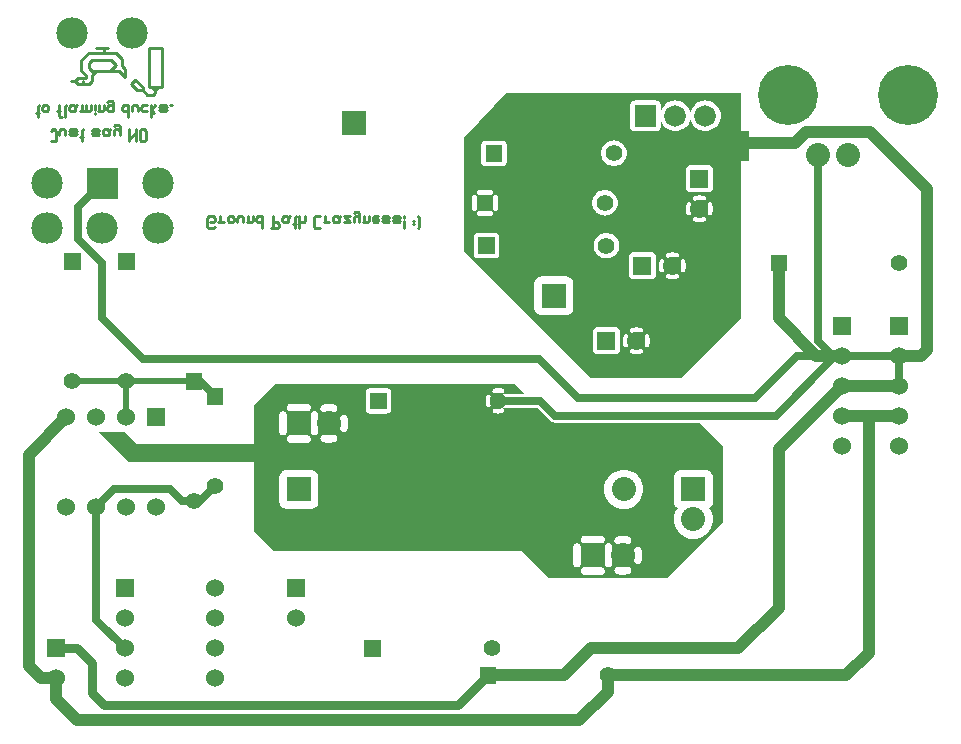
<source format=gbr>
G04 start of page 4 for group 11 layer_idx 1 *
G04 Title: (unknown), bottom_copper *
G04 Creator: pcb-rnd 2.0.1 *
G04 CreationDate: 2018-11-08 18:27:00 UTC *
G04 For:  *
G04 Format: Gerber/RS-274X *
G04 PCB-Dimensions: 316500 250000 *
G04 PCB-Coordinate-Origin: lower left *
%MOIN*%
%FSLAX25Y25*%
%LNBOTTOM*%
%ADD51C,0.0500*%
%ADD50C,0.0380*%
%ADD49C,0.0320*%
%ADD48C,0.0790*%
%ADD47C,0.0420*%
%ADD46C,0.0280*%
%ADD45C,0.0710*%
%ADD44C,0.0650*%
%ADD43C,0.0800*%
%ADD42C,0.2000*%
%ADD41C,0.0720*%
%ADD40C,0.0600*%
%ADD39C,0.0550*%
%ADD38C,0.1050*%
%ADD37C,0.0300*%
%ADD36C,0.0400*%
%ADD35C,0.0200*%
%ADD34C,0.0250*%
%ADD33C,0.0090*%
%ADD32C,0.0100*%
%ADD31C,0.0001*%
G54D31*G36*
X234613Y217500D02*X245000D01*
Y203833D01*
X244634Y203681D01*
X244231Y203435D01*
X244231Y203434D01*
X243872Y203128D01*
X243796Y203038D01*
X242879Y202121D01*
X242565Y201769D01*
X242319Y201366D01*
X242138Y200930D01*
X242028Y200471D01*
X241991Y200000D01*
X242028Y199529D01*
X242138Y199070D01*
X242319Y198634D01*
X242565Y198231D01*
X242872Y197872D01*
X243231Y197565D01*
X243634Y197319D01*
X244070Y197138D01*
X244529Y197028D01*
X245000Y196991D01*
Y142500D01*
X234613Y132113D01*
Y176853D01*
X234656Y176860D01*
X234768Y176897D01*
X234873Y176952D01*
X234968Y177022D01*
X235051Y177106D01*
X235119Y177202D01*
X235170Y177308D01*
X235318Y177716D01*
X235422Y178137D01*
X235484Y178567D01*
X235505Y179000D01*
X235484Y179433D01*
X235422Y179863D01*
X235318Y180284D01*
X235175Y180694D01*
X235122Y180800D01*
X235053Y180896D01*
X234970Y180981D01*
X234875Y181051D01*
X234769Y181106D01*
X234657Y181143D01*
X234613Y181151D01*
Y184630D01*
X234683Y184659D01*
X234884Y184783D01*
X235064Y184936D01*
X235217Y185116D01*
X235341Y185317D01*
X235431Y185535D01*
X235486Y185765D01*
X235505Y186000D01*
X235500Y186059D01*
Y191941D01*
X235505Y192000D01*
X235486Y192235D01*
X235486Y192235D01*
X235431Y192465D01*
X235341Y192683D01*
X235217Y192884D01*
X235064Y193064D01*
X234884Y193217D01*
X234683Y193341D01*
X234613Y193370D01*
Y205148D01*
X235322Y205442D01*
X236007Y205861D01*
X236617Y206383D01*
X237139Y206993D01*
X237558Y207678D01*
X237865Y208419D01*
X238053Y209200D01*
X238100Y210000D01*
X238053Y210800D01*
X237865Y211581D01*
X237558Y212322D01*
X237139Y213007D01*
X236617Y213617D01*
X236007Y214139D01*
X235322Y214558D01*
X234613Y214852D01*
Y217500D01*
G37*
G36*
Y193370D02*X234465Y193431D01*
X234235Y193486D01*
X234000Y193505D01*
X233941Y193500D01*
X231000D01*
Y205308D01*
X231419Y205135D01*
X232200Y204947D01*
X233000Y204884D01*
X233800Y204947D01*
X234581Y205135D01*
X234613Y205148D01*
Y193370D01*
G37*
G36*
Y132113D02*X231000Y128500D01*
Y174495D01*
X231433Y174516D01*
X231863Y174578D01*
X232284Y174682D01*
X232694Y174825D01*
X232800Y174878D01*
X232896Y174947D01*
X232981Y175030D01*
X233051Y175125D01*
X233106Y175231D01*
X233143Y175343D01*
X233163Y175460D01*
X233164Y175579D01*
X233146Y175696D01*
X233110Y175809D01*
X233057Y175915D01*
X232988Y176012D01*
X232905Y176096D01*
X232809Y176167D01*
X232704Y176221D01*
X232592Y176259D01*
X232475Y176278D01*
X232356Y176279D01*
X232239Y176261D01*
X232126Y176223D01*
X231855Y176124D01*
X231575Y176056D01*
X231289Y176014D01*
X231000Y176000D01*
Y182000D01*
X231289Y181986D01*
X231575Y181944D01*
X231855Y181876D01*
X232128Y181780D01*
X232239Y181742D01*
X232356Y181725D01*
X232474Y181725D01*
X232591Y181745D01*
X232703Y181782D01*
X232807Y181836D01*
X232902Y181906D01*
X232985Y181991D01*
X233054Y182087D01*
X233107Y182192D01*
X233143Y182305D01*
X233160Y182421D01*
X233159Y182539D01*
X233140Y182656D01*
X233103Y182768D01*
X233048Y182873D01*
X232978Y182968D01*
X232894Y183051D01*
X232798Y183119D01*
X232692Y183170D01*
X232284Y183318D01*
X231863Y183422D01*
X231433Y183484D01*
X231000Y183505D01*
Y184500D01*
X233941D01*
X234000Y184495D01*
X234235Y184514D01*
X234235Y184514D01*
X234465Y184569D01*
X234613Y184630D01*
Y181151D01*
X234540Y181163D01*
X234421Y181164D01*
X234304Y181146D01*
X234191Y181110D01*
X234085Y181057D01*
X233988Y180988D01*
X233904Y180905D01*
X233833Y180809D01*
X233779Y180704D01*
X233741Y180592D01*
X233722Y180475D01*
X233721Y180356D01*
X233739Y180239D01*
X233777Y180126D01*
X233876Y179855D01*
X233944Y179575D01*
X233986Y179289D01*
X234000Y179000D01*
X233986Y178711D01*
X233944Y178425D01*
X233876Y178145D01*
X233780Y177872D01*
X233742Y177761D01*
X233725Y177644D01*
X233725Y177526D01*
X233745Y177409D01*
X233782Y177297D01*
X233836Y177193D01*
X233906Y177098D01*
X233991Y177015D01*
X234087Y176946D01*
X234192Y176893D01*
X234305Y176857D01*
X234421Y176840D01*
X234539Y176841D01*
X234613Y176853D01*
Y132113D01*
G37*
G36*
X231000Y217500D02*X234613D01*
Y214852D01*
X234581Y214865D01*
X233800Y215053D01*
X233000Y215116D01*
X232200Y215053D01*
X231419Y214865D01*
X231000Y214692D01*
Y217500D01*
G37*
G36*
X227387Y207398D02*X227558Y207678D01*
X227865Y208419D01*
X228000Y208980D01*
X228135Y208419D01*
X228442Y207678D01*
X228861Y206993D01*
X229383Y206383D01*
X229993Y205861D01*
X230678Y205442D01*
X231000Y205308D01*
Y193500D01*
X228059D01*
X228000Y193505D01*
X227765Y193486D01*
X227765Y193486D01*
X227535Y193431D01*
X227387Y193370D01*
Y207398D01*
G37*
G36*
X231000Y128500D02*X227387Y124887D01*
Y176849D01*
X227460Y176837D01*
X227579Y176836D01*
X227696Y176854D01*
X227809Y176890D01*
X227915Y176943D01*
X228012Y177012D01*
X228096Y177095D01*
X228167Y177191D01*
X228221Y177296D01*
X228259Y177408D01*
X228278Y177525D01*
X228279Y177644D01*
X228261Y177761D01*
X228223Y177874D01*
X228124Y178145D01*
X228056Y178425D01*
X228014Y178711D01*
X228000Y179000D01*
X228014Y179289D01*
X228056Y179575D01*
X228124Y179855D01*
X228220Y180128D01*
X228258Y180239D01*
X228275Y180356D01*
X228275Y180474D01*
X228255Y180591D01*
X228218Y180703D01*
X228164Y180807D01*
X228094Y180902D01*
X228009Y180985D01*
X227913Y181054D01*
X227808Y181107D01*
X227695Y181143D01*
X227579Y181160D01*
X227461Y181159D01*
X227387Y181147D01*
Y184630D01*
X227535Y184569D01*
X227765Y184514D01*
X228000Y184495D01*
X228059Y184500D01*
X231000D01*
Y183505D01*
X230567Y183484D01*
X230137Y183422D01*
X229716Y183318D01*
X229306Y183175D01*
X229200Y183122D01*
X229104Y183053D01*
X229019Y182970D01*
X228949Y182875D01*
X228894Y182769D01*
X228857Y182657D01*
X228837Y182540D01*
X228836Y182421D01*
X228854Y182304D01*
X228890Y182191D01*
X228943Y182085D01*
X229012Y181988D01*
X229095Y181904D01*
X229191Y181833D01*
X229296Y181779D01*
X229408Y181741D01*
X229525Y181722D01*
X229644Y181721D01*
X229761Y181739D01*
X229874Y181777D01*
X230145Y181876D01*
X230425Y181944D01*
X230711Y181986D01*
X231000Y182000D01*
Y176000D01*
X230711Y176014D01*
X230425Y176056D01*
X230145Y176124D01*
X229872Y176220D01*
X229761Y176258D01*
X229644Y176275D01*
X229526Y176275D01*
X229409Y176255D01*
X229297Y176218D01*
X229193Y176164D01*
X229098Y176094D01*
X229015Y176009D01*
X228946Y175913D01*
X228893Y175808D01*
X228857Y175695D01*
X228840Y175579D01*
X228841Y175461D01*
X228860Y175344D01*
X228897Y175232D01*
X228952Y175127D01*
X229022Y175032D01*
X229106Y174949D01*
X229202Y174881D01*
X229308Y174830D01*
X229716Y174682D01*
X230137Y174578D01*
X230567Y174516D01*
X231000Y174495D01*
Y128500D01*
G37*
G36*
X227387Y124887D02*X225613Y123113D01*
Y157853D01*
X225656Y157860D01*
X225768Y157897D01*
X225873Y157952D01*
X225968Y158022D01*
X226051Y158106D01*
X226119Y158202D01*
X226170Y158308D01*
X226318Y158716D01*
X226422Y159137D01*
X226484Y159567D01*
X226505Y160000D01*
X226484Y160433D01*
X226422Y160863D01*
X226318Y161284D01*
X226175Y161694D01*
X226122Y161800D01*
X226053Y161896D01*
X225970Y161981D01*
X225875Y162051D01*
X225769Y162106D01*
X225657Y162143D01*
X225613Y162151D01*
Y205620D01*
X226007Y205861D01*
X226617Y206383D01*
X227139Y206993D01*
X227387Y207398D01*
Y193370D01*
X227317Y193341D01*
X227116Y193217D01*
X226936Y193064D01*
X226783Y192884D01*
X226659Y192683D01*
X226569Y192465D01*
X226514Y192235D01*
X226495Y192000D01*
X226500Y191941D01*
Y186059D01*
X226495Y186000D01*
X226514Y185765D01*
X226514Y185765D01*
X226569Y185535D01*
X226659Y185317D01*
X226783Y185116D01*
X226936Y184936D01*
X227116Y184783D01*
X227317Y184659D01*
X227387Y184630D01*
Y181147D01*
X227344Y181140D01*
X227232Y181103D01*
X227127Y181048D01*
X227032Y180978D01*
X226949Y180894D01*
X226881Y180798D01*
X226830Y180692D01*
X226682Y180284D01*
X226578Y179863D01*
X226516Y179433D01*
X226495Y179000D01*
X226516Y178567D01*
X226578Y178137D01*
X226682Y177716D01*
X226825Y177306D01*
X226878Y177200D01*
X226947Y177104D01*
X227030Y177019D01*
X227125Y176949D01*
X227231Y176894D01*
X227343Y176857D01*
X227387Y176849D01*
Y124887D01*
G37*
G36*
X225613Y123113D02*X225000Y122500D01*
X222998D01*
Y155611D01*
X223284Y155682D01*
X223694Y155825D01*
X223800Y155878D01*
X223896Y155947D01*
X223981Y156030D01*
X224051Y156125D01*
X224106Y156231D01*
X224143Y156343D01*
X224163Y156460D01*
X224164Y156579D01*
X224146Y156696D01*
X224110Y156809D01*
X224057Y156915D01*
X223988Y157012D01*
X223905Y157096D01*
X223809Y157167D01*
X223704Y157221D01*
X223592Y157259D01*
X223475Y157278D01*
X223356Y157279D01*
X223239Y157261D01*
X223126Y157223D01*
X222998Y157176D01*
Y162826D01*
X223128Y162780D01*
X223239Y162742D01*
X223356Y162725D01*
X223474Y162725D01*
X223591Y162745D01*
X223703Y162782D01*
X223807Y162836D01*
X223902Y162906D01*
X223985Y162991D01*
X224054Y163087D01*
X224107Y163192D01*
X224143Y163305D01*
X224160Y163421D01*
X224159Y163539D01*
X224140Y163656D01*
X224103Y163768D01*
X224048Y163873D01*
X223978Y163968D01*
X223894Y164051D01*
X223798Y164119D01*
X223692Y164170D01*
X223284Y164318D01*
X222998Y164389D01*
Y204884D01*
X223000Y204884D01*
X223800Y204947D01*
X224581Y205135D01*
X225322Y205442D01*
X225613Y205620D01*
Y162151D01*
X225540Y162163D01*
X225421Y162164D01*
X225304Y162146D01*
X225191Y162110D01*
X225085Y162057D01*
X224988Y161988D01*
X224904Y161905D01*
X224833Y161809D01*
X224779Y161704D01*
X224741Y161592D01*
X224722Y161475D01*
X224721Y161356D01*
X224739Y161239D01*
X224777Y161126D01*
X224876Y160855D01*
X224944Y160575D01*
X224986Y160289D01*
X225000Y160000D01*
X224986Y159711D01*
X224944Y159425D01*
X224876Y159145D01*
X224780Y158872D01*
X224742Y158761D01*
X224725Y158644D01*
X224725Y158526D01*
X224745Y158409D01*
X224782Y158297D01*
X224836Y158193D01*
X224906Y158098D01*
X224991Y158015D01*
X225087Y157946D01*
X225192Y157893D01*
X225305Y157857D01*
X225421Y157840D01*
X225539Y157841D01*
X225613Y157853D01*
Y123113D01*
G37*
G36*
X222998Y217500D02*X231000D01*
Y214692D01*
X230678Y214558D01*
X229993Y214139D01*
X229383Y213617D01*
X228861Y213007D01*
X228442Y212322D01*
X228135Y211581D01*
X228000Y211020D01*
X227865Y211581D01*
X227558Y212322D01*
X227139Y213007D01*
X226617Y213617D01*
X226007Y214139D01*
X225322Y214558D01*
X224581Y214865D01*
X223800Y215053D01*
X223000Y215116D01*
X222998Y215116D01*
Y217500D01*
G37*
G36*
X218387Y207810D02*X218442Y207678D01*
X218861Y206993D01*
X219383Y206383D01*
X219993Y205861D01*
X220678Y205442D01*
X221419Y205135D01*
X222200Y204947D01*
X222998Y204884D01*
Y164389D01*
X222863Y164422D01*
X222433Y164484D01*
X222000Y164505D01*
X221567Y164484D01*
X221137Y164422D01*
X220716Y164318D01*
X220306Y164175D01*
X220200Y164122D01*
X220104Y164053D01*
X220019Y163970D01*
X219949Y163875D01*
X219894Y163769D01*
X219857Y163657D01*
X219837Y163540D01*
X219836Y163421D01*
X219854Y163304D01*
X219890Y163191D01*
X219943Y163085D01*
X220012Y162988D01*
X220095Y162904D01*
X220191Y162833D01*
X220296Y162779D01*
X220408Y162741D01*
X220525Y162722D01*
X220644Y162721D01*
X220761Y162739D01*
X220874Y162777D01*
X221145Y162876D01*
X221425Y162944D01*
X221711Y162986D01*
X222000Y163000D01*
X222289Y162986D01*
X222575Y162944D01*
X222855Y162876D01*
X222998Y162826D01*
Y157176D01*
X222855Y157124D01*
X222575Y157056D01*
X222289Y157014D01*
X222000Y157000D01*
X221711Y157014D01*
X221425Y157056D01*
X221145Y157124D01*
X220872Y157220D01*
X220761Y157258D01*
X220644Y157275D01*
X220526Y157275D01*
X220409Y157255D01*
X220297Y157218D01*
X220193Y157164D01*
X220098Y157094D01*
X220015Y157009D01*
X219946Y156913D01*
X219893Y156808D01*
X219857Y156695D01*
X219840Y156579D01*
X219841Y156461D01*
X219860Y156344D01*
X219897Y156232D01*
X219952Y156127D01*
X220022Y156032D01*
X220106Y155949D01*
X220202Y155881D01*
X220308Y155830D01*
X220716Y155682D01*
X221137Y155578D01*
X221567Y155516D01*
X222000Y155495D01*
X222433Y155516D01*
X222863Y155578D01*
X222998Y155611D01*
Y122500D01*
X218387D01*
Y157849D01*
X218460Y157837D01*
X218579Y157836D01*
X218696Y157854D01*
X218809Y157890D01*
X218915Y157943D01*
X219012Y158012D01*
X219096Y158095D01*
X219167Y158191D01*
X219221Y158296D01*
X219259Y158408D01*
X219278Y158525D01*
X219279Y158644D01*
X219261Y158761D01*
X219223Y158874D01*
X219124Y159145D01*
X219056Y159425D01*
X219014Y159711D01*
X219000Y160000D01*
X219014Y160289D01*
X219056Y160575D01*
X219124Y160855D01*
X219220Y161128D01*
X219258Y161239D01*
X219275Y161356D01*
X219275Y161474D01*
X219255Y161591D01*
X219218Y161703D01*
X219164Y161807D01*
X219094Y161902D01*
X219009Y161985D01*
X218913Y162054D01*
X218808Y162107D01*
X218695Y162143D01*
X218579Y162160D01*
X218461Y162159D01*
X218387Y162147D01*
Y207810D01*
G37*
G36*
X213613Y204900D02*X216541D01*
X216600Y204895D01*
X216835Y204914D01*
X216835Y204914D01*
X217065Y204969D01*
X217283Y205059D01*
X217484Y205183D01*
X217664Y205336D01*
X217817Y205516D01*
X217941Y205717D01*
X218031Y205935D01*
X218086Y206165D01*
X218105Y206400D01*
X218100Y206459D01*
Y208563D01*
X218135Y208419D01*
X218387Y207810D01*
Y162147D01*
X218344Y162140D01*
X218232Y162103D01*
X218127Y162048D01*
X218032Y161978D01*
X217949Y161894D01*
X217881Y161798D01*
X217830Y161692D01*
X217682Y161284D01*
X217578Y160863D01*
X217516Y160433D01*
X217495Y160000D01*
X217516Y159567D01*
X217578Y159137D01*
X217682Y158716D01*
X217825Y158306D01*
X217878Y158200D01*
X217947Y158104D01*
X218030Y158019D01*
X218125Y157949D01*
X218231Y157894D01*
X218343Y157857D01*
X218387Y157849D01*
Y122500D01*
X213613D01*
Y132853D01*
X213656Y132860D01*
X213768Y132897D01*
X213873Y132952D01*
X213968Y133022D01*
X214051Y133106D01*
X214119Y133202D01*
X214170Y133308D01*
X214318Y133716D01*
X214422Y134137D01*
X214484Y134567D01*
X214505Y135000D01*
X214484Y135433D01*
X214422Y135863D01*
X214318Y136284D01*
X214175Y136694D01*
X214122Y136800D01*
X214053Y136896D01*
X213970Y136981D01*
X213875Y137051D01*
X213769Y137106D01*
X213657Y137143D01*
X213613Y137151D01*
Y155500D01*
X214941D01*
X215000Y155495D01*
X215235Y155514D01*
X215235Y155514D01*
X215465Y155569D01*
X215683Y155659D01*
X215884Y155783D01*
X216064Y155936D01*
X216217Y156116D01*
X216341Y156317D01*
X216431Y156535D01*
X216486Y156765D01*
X216505Y157000D01*
X216500Y157059D01*
Y162941D01*
X216505Y163000D01*
X216486Y163235D01*
X216486Y163235D01*
X216431Y163465D01*
X216341Y163683D01*
X216217Y163884D01*
X216064Y164064D01*
X215884Y164217D01*
X215683Y164341D01*
X215465Y164431D01*
X215235Y164486D01*
X215000Y164505D01*
X214941Y164500D01*
X213613D01*
Y204900D01*
G37*
G36*
Y122500D02*X210002D01*
Y130495D01*
X210433Y130516D01*
X210863Y130578D01*
X211284Y130682D01*
X211694Y130825D01*
X211800Y130878D01*
X211896Y130947D01*
X211981Y131030D01*
X212051Y131125D01*
X212106Y131231D01*
X212143Y131343D01*
X212163Y131460D01*
X212164Y131579D01*
X212146Y131696D01*
X212110Y131809D01*
X212057Y131915D01*
X211988Y132012D01*
X211905Y132096D01*
X211809Y132167D01*
X211704Y132221D01*
X211592Y132259D01*
X211475Y132278D01*
X211356Y132279D01*
X211239Y132261D01*
X211126Y132223D01*
X210855Y132124D01*
X210575Y132056D01*
X210289Y132014D01*
X210002Y132000D01*
Y138000D01*
X210289Y137986D01*
X210575Y137944D01*
X210855Y137876D01*
X211128Y137780D01*
X211239Y137742D01*
X211356Y137725D01*
X211474Y137725D01*
X211591Y137745D01*
X211703Y137782D01*
X211807Y137836D01*
X211902Y137906D01*
X211985Y137991D01*
X212054Y138087D01*
X212107Y138192D01*
X212143Y138305D01*
X212160Y138421D01*
X212159Y138539D01*
X212140Y138656D01*
X212103Y138768D01*
X212048Y138873D01*
X211978Y138968D01*
X211894Y139051D01*
X211798Y139119D01*
X211692Y139170D01*
X211284Y139318D01*
X210863Y139422D01*
X210433Y139484D01*
X210002Y139505D01*
Y155500D01*
X213613D01*
Y137151D01*
X213540Y137163D01*
X213421Y137164D01*
X213304Y137146D01*
X213191Y137110D01*
X213085Y137057D01*
X212988Y136988D01*
X212904Y136905D01*
X212833Y136809D01*
X212779Y136704D01*
X212741Y136592D01*
X212722Y136475D01*
X212721Y136356D01*
X212739Y136239D01*
X212777Y136126D01*
X212876Y135855D01*
X212944Y135575D01*
X212986Y135289D01*
X213000Y135000D01*
X212986Y134711D01*
X212944Y134425D01*
X212876Y134145D01*
X212780Y133872D01*
X212742Y133761D01*
X212725Y133644D01*
X212725Y133526D01*
X212745Y133409D01*
X212782Y133297D01*
X212836Y133193D01*
X212906Y133098D01*
X212991Y133015D01*
X213087Y132946D01*
X213192Y132893D01*
X213305Y132857D01*
X213421Y132840D01*
X213539Y132841D01*
X213613Y132853D01*
Y122500D01*
G37*
G36*
X210002Y204900D02*X213613D01*
Y164500D01*
X210002D01*
Y204900D01*
G37*
G36*
Y217500D02*X222998D01*
Y215116D01*
X222200Y215053D01*
X221419Y214865D01*
X220678Y214558D01*
X219993Y214139D01*
X219383Y213617D01*
X218861Y213007D01*
X218442Y212322D01*
X218135Y211581D01*
X218100Y211437D01*
Y213541D01*
X218105Y213600D01*
X218086Y213835D01*
X218086Y213835D01*
X218031Y214065D01*
X217941Y214283D01*
X217817Y214484D01*
X217664Y214664D01*
X217484Y214817D01*
X217283Y214941D01*
X217065Y215031D01*
X216835Y215086D01*
X216600Y215105D01*
X216541Y215100D01*
X210002D01*
Y217500D01*
G37*
G36*
X206387D02*X210002D01*
Y215100D01*
X209459D01*
X209400Y215105D01*
X209165Y215086D01*
X209165Y215086D01*
X208935Y215031D01*
X208717Y214941D01*
X208516Y214817D01*
X208336Y214664D01*
X208183Y214484D01*
X208059Y214283D01*
X207969Y214065D01*
X207914Y213835D01*
X207895Y213600D01*
X207900Y213541D01*
Y206459D01*
X207895Y206400D01*
X207914Y206165D01*
X207914Y206165D01*
X207969Y205935D01*
X208059Y205717D01*
X208183Y205516D01*
X208336Y205336D01*
X208516Y205183D01*
X208717Y205059D01*
X208935Y204969D01*
X209165Y204914D01*
X209400Y204895D01*
X209459Y204900D01*
X210002D01*
Y164500D01*
X209059D01*
X209000Y164505D01*
X208765Y164486D01*
X208765Y164486D01*
X208535Y164431D01*
X208317Y164341D01*
X208116Y164217D01*
X207936Y164064D01*
X207783Y163884D01*
X207659Y163683D01*
X207569Y163465D01*
X207514Y163235D01*
X207495Y163000D01*
X207500Y162941D01*
Y157059D01*
X207495Y157000D01*
X207514Y156765D01*
X207514Y156765D01*
X207569Y156535D01*
X207659Y156317D01*
X207783Y156116D01*
X207936Y155936D01*
X208116Y155783D01*
X208317Y155659D01*
X208535Y155569D01*
X208765Y155514D01*
X209000Y155495D01*
X209059Y155500D01*
X210002D01*
Y139505D01*
X210000Y139505D01*
X209567Y139484D01*
X209137Y139422D01*
X208716Y139318D01*
X208306Y139175D01*
X208200Y139122D01*
X208104Y139053D01*
X208019Y138970D01*
X207949Y138875D01*
X207894Y138769D01*
X207857Y138657D01*
X207837Y138540D01*
X207836Y138421D01*
X207854Y138304D01*
X207890Y138191D01*
X207943Y138085D01*
X208012Y137988D01*
X208095Y137904D01*
X208191Y137833D01*
X208296Y137779D01*
X208408Y137741D01*
X208525Y137722D01*
X208644Y137721D01*
X208761Y137739D01*
X208874Y137777D01*
X209145Y137876D01*
X209425Y137944D01*
X209711Y137986D01*
X210000Y138000D01*
X210002Y138000D01*
Y132000D01*
X210000Y132000D01*
X209711Y132014D01*
X209425Y132056D01*
X209145Y132124D01*
X208872Y132220D01*
X208761Y132258D01*
X208644Y132275D01*
X208526Y132275D01*
X208409Y132255D01*
X208297Y132218D01*
X208193Y132164D01*
X208098Y132094D01*
X208015Y132009D01*
X207946Y131913D01*
X207893Y131808D01*
X207857Y131695D01*
X207840Y131579D01*
X207841Y131461D01*
X207860Y131344D01*
X207897Y131232D01*
X207952Y131127D01*
X208022Y131032D01*
X208106Y130949D01*
X208202Y130881D01*
X208308Y130830D01*
X208716Y130682D01*
X209137Y130578D01*
X209567Y130516D01*
X210000Y130495D01*
X210002Y130495D01*
Y122500D01*
X206387D01*
Y132849D01*
X206460Y132837D01*
X206579Y132836D01*
X206696Y132854D01*
X206809Y132890D01*
X206915Y132943D01*
X207012Y133012D01*
X207096Y133095D01*
X207167Y133191D01*
X207221Y133296D01*
X207259Y133408D01*
X207278Y133525D01*
X207279Y133644D01*
X207261Y133761D01*
X207223Y133874D01*
X207124Y134145D01*
X207056Y134425D01*
X207014Y134711D01*
X207000Y135000D01*
X207014Y135289D01*
X207056Y135575D01*
X207124Y135855D01*
X207220Y136128D01*
X207258Y136239D01*
X207275Y136356D01*
X207275Y136474D01*
X207255Y136591D01*
X207218Y136703D01*
X207164Y136807D01*
X207094Y136902D01*
X207009Y136985D01*
X206913Y137054D01*
X206808Y137107D01*
X206695Y137143D01*
X206579Y137160D01*
X206461Y137159D01*
X206387Y137147D01*
Y195778D01*
X206554Y196183D01*
X206711Y196833D01*
X206750Y197500D01*
X206711Y198167D01*
X206554Y198817D01*
X206387Y199222D01*
Y217500D01*
G37*
G36*
X199493Y194479D02*X199994Y194051D01*
X200565Y193702D01*
X201183Y193446D01*
X201833Y193289D01*
X202500Y193237D01*
X203167Y193289D01*
X203817Y193446D01*
X204435Y193702D01*
X205006Y194051D01*
X205514Y194486D01*
X205949Y194994D01*
X206298Y195565D01*
X206387Y195778D01*
Y137147D01*
X206344Y137140D01*
X206232Y137103D01*
X206127Y137048D01*
X206032Y136978D01*
X205949Y136894D01*
X205881Y136798D01*
X205830Y136692D01*
X205682Y136284D01*
X205578Y135863D01*
X205516Y135433D01*
X205495Y135000D01*
X205516Y134567D01*
X205578Y134137D01*
X205682Y133716D01*
X205825Y133306D01*
X205878Y133200D01*
X205947Y133104D01*
X206030Y133019D01*
X206125Y132949D01*
X206231Y132894D01*
X206343Y132857D01*
X206387Y132849D01*
Y122500D01*
X199493D01*
Y130500D01*
X202941D01*
X203000Y130495D01*
X203235Y130514D01*
X203235Y130514D01*
X203465Y130569D01*
X203683Y130659D01*
X203884Y130783D01*
X204064Y130936D01*
X204217Y131116D01*
X204341Y131317D01*
X204431Y131535D01*
X204486Y131765D01*
X204505Y132000D01*
X204500Y132059D01*
Y137941D01*
X204505Y138000D01*
X204486Y138235D01*
X204486Y138235D01*
X204431Y138465D01*
X204341Y138683D01*
X204217Y138884D01*
X204064Y139064D01*
X203884Y139217D01*
X203683Y139341D01*
X203465Y139431D01*
X203235Y139486D01*
X203000Y139505D01*
X202941Y139500D01*
X199493D01*
Y162477D01*
X200000Y162437D01*
X200667Y162489D01*
X201317Y162646D01*
X201935Y162902D01*
X202506Y163251D01*
X203014Y163686D01*
X203449Y164194D01*
X203798Y164765D01*
X204054Y165383D01*
X204211Y166033D01*
X204250Y166700D01*
X204211Y167367D01*
X204054Y168017D01*
X203798Y168635D01*
X203449Y169206D01*
X203014Y169714D01*
X202506Y170149D01*
X201935Y170498D01*
X201317Y170754D01*
X200667Y170911D01*
X200000Y170963D01*
X199493Y170923D01*
Y176737D01*
X199500Y176737D01*
X200167Y176789D01*
X200817Y176946D01*
X201435Y177202D01*
X202006Y177551D01*
X202514Y177986D01*
X202949Y178494D01*
X203298Y179065D01*
X203554Y179683D01*
X203711Y180333D01*
X203750Y181000D01*
X203711Y181667D01*
X203554Y182317D01*
X203298Y182935D01*
X202949Y183506D01*
X202514Y184014D01*
X202006Y184449D01*
X201435Y184798D01*
X200817Y185054D01*
X200167Y185211D01*
X199500Y185263D01*
X199493Y185263D01*
Y194479D01*
G37*
G36*
Y217500D02*X206387D01*
Y199222D01*
X206298Y199435D01*
X205949Y200006D01*
X205514Y200514D01*
X205006Y200949D01*
X204435Y201298D01*
X203817Y201554D01*
X203167Y201711D01*
X202500Y201763D01*
X201833Y201711D01*
X201183Y201554D01*
X200565Y201298D01*
X199994Y200949D01*
X199493Y200521D01*
Y217500D01*
G37*
G36*
X182500D02*X199493D01*
Y200521D01*
X199486Y200514D01*
X199051Y200006D01*
X198702Y199435D01*
X198446Y198817D01*
X198289Y198167D01*
X198237Y197500D01*
X198289Y196833D01*
X198446Y196183D01*
X198702Y195565D01*
X199051Y194994D01*
X199486Y194486D01*
X199493Y194479D01*
Y185263D01*
X198833Y185211D01*
X198183Y185054D01*
X197565Y184798D01*
X196994Y184449D01*
X196486Y184014D01*
X196051Y183506D01*
X195702Y182935D01*
X195446Y182317D01*
X195289Y181667D01*
X195237Y181000D01*
X195289Y180333D01*
X195446Y179683D01*
X195702Y179065D01*
X196051Y178494D01*
X196486Y177986D01*
X196994Y177551D01*
X197565Y177202D01*
X198183Y176946D01*
X198833Y176789D01*
X199493Y176737D01*
Y170923D01*
X199333Y170911D01*
X198683Y170754D01*
X198065Y170498D01*
X197494Y170149D01*
X196986Y169714D01*
X196551Y169206D01*
X196202Y168635D01*
X195946Y168017D01*
X195789Y167367D01*
X195737Y166700D01*
X195789Y166033D01*
X195946Y165383D01*
X196202Y164765D01*
X196551Y164194D01*
X196986Y163686D01*
X197494Y163251D01*
X198065Y162902D01*
X198683Y162646D01*
X199333Y162489D01*
X199493Y162477D01*
Y139500D01*
X197059D01*
X197000Y139505D01*
X196765Y139486D01*
X196765Y139486D01*
X196535Y139431D01*
X196317Y139341D01*
X196116Y139217D01*
X195936Y139064D01*
X195783Y138884D01*
X195659Y138683D01*
X195569Y138465D01*
X195514Y138235D01*
X195495Y138000D01*
X195500Y137941D01*
Y132059D01*
X195495Y132000D01*
X195514Y131765D01*
X195514Y131765D01*
X195569Y131535D01*
X195659Y131317D01*
X195783Y131116D01*
X195936Y130936D01*
X196116Y130783D01*
X196317Y130659D01*
X196535Y130569D01*
X196765Y130514D01*
X197000Y130495D01*
X197059Y130500D01*
X199493D01*
Y122500D01*
X195000D01*
X182500Y135000D01*
Y143500D01*
X186402D01*
X186500Y143492D01*
X186892Y143523D01*
X186892Y143523D01*
X187275Y143615D01*
X187638Y143766D01*
X187974Y143971D01*
X188273Y144227D01*
X188529Y144526D01*
X188734Y144862D01*
X188885Y145225D01*
X188977Y145608D01*
X189008Y146000D01*
X189000Y146098D01*
Y153902D01*
X189008Y154000D01*
X188977Y154392D01*
X188977Y154392D01*
X188885Y154775D01*
X188734Y155138D01*
X188529Y155474D01*
X188273Y155773D01*
X187974Y156029D01*
X187638Y156234D01*
X187275Y156385D01*
X186892Y156477D01*
X186500Y156508D01*
X186402Y156500D01*
X182500D01*
Y217500D01*
G37*
G36*
X166500D02*X182500D01*
Y156500D01*
X178598D01*
X178500Y156508D01*
X178108Y156477D01*
X178108Y156477D01*
X177725Y156385D01*
X177362Y156234D01*
X177026Y156029D01*
X176727Y155773D01*
X176471Y155474D01*
X176266Y155138D01*
X176115Y154775D01*
X176023Y154392D01*
X175992Y154000D01*
X176000Y153902D01*
Y146098D01*
X175992Y146000D01*
X176023Y145608D01*
X176023Y145608D01*
X176115Y145225D01*
X176266Y144862D01*
X176471Y144526D01*
X176727Y144227D01*
X177026Y143971D01*
X177362Y143766D01*
X177725Y143615D01*
X178108Y143523D01*
X178500Y143492D01*
X178598Y143500D01*
X182500D01*
Y135000D01*
X162500Y155000D01*
Y162450D01*
X162691D01*
X162750Y162445D01*
X162985Y162464D01*
X162985Y162464D01*
X163215Y162519D01*
X163433Y162609D01*
X163634Y162733D01*
X163814Y162886D01*
X163967Y163066D01*
X164091Y163267D01*
X164181Y163485D01*
X164236Y163715D01*
X164255Y163950D01*
X164250Y164009D01*
Y169391D01*
X164255Y169450D01*
X164236Y169685D01*
X164236Y169685D01*
X164181Y169915D01*
X164091Y170133D01*
X163967Y170334D01*
X163814Y170514D01*
X163634Y170667D01*
X163433Y170791D01*
X163215Y170881D01*
X162985Y170936D01*
X162750Y170955D01*
X162691Y170950D01*
X162500D01*
Y178441D01*
X162558Y178391D01*
X162658Y178330D01*
X162768Y178285D01*
X162882Y178257D01*
X163000Y178248D01*
X163118Y178257D01*
X163232Y178285D01*
X163342Y178330D01*
X163442Y178391D01*
X163532Y178468D01*
X163609Y178558D01*
X163670Y178658D01*
X163715Y178768D01*
X163743Y178882D01*
X163750Y179000D01*
Y183000D01*
X163743Y183118D01*
X163715Y183232D01*
X163670Y183342D01*
X163609Y183442D01*
X163532Y183532D01*
X163442Y183609D01*
X163342Y183670D01*
X163232Y183716D01*
X163118Y183743D01*
X163000Y183752D01*
X162882Y183743D01*
X162768Y183716D01*
X162658Y183670D01*
X162558Y183609D01*
X162500Y183559D01*
Y193250D01*
X165191D01*
X165250Y193245D01*
X165485Y193264D01*
X165485Y193264D01*
X165715Y193319D01*
X165933Y193409D01*
X166134Y193533D01*
X166314Y193686D01*
X166467Y193866D01*
X166591Y194067D01*
X166681Y194285D01*
X166736Y194515D01*
X166755Y194750D01*
X166750Y194809D01*
Y200191D01*
X166755Y200250D01*
X166736Y200485D01*
X166736Y200485D01*
X166681Y200715D01*
X166591Y200933D01*
X166467Y201134D01*
X166314Y201314D01*
X166134Y201467D01*
X165933Y201591D01*
X165715Y201681D01*
X165485Y201736D01*
X165250Y201755D01*
X165191Y201750D01*
X162500D01*
Y213214D01*
X166500Y217500D01*
G37*
G36*
X162500Y155000D02*X152500Y165000D01*
Y202500D01*
X162500Y213214D01*
Y201750D01*
X159809D01*
X159750Y201755D01*
X159515Y201736D01*
X159515Y201736D01*
X159285Y201681D01*
X159067Y201591D01*
X158866Y201467D01*
X158686Y201314D01*
X158533Y201134D01*
X158409Y200933D01*
X158319Y200715D01*
X158264Y200485D01*
X158245Y200250D01*
X158250Y200191D01*
Y194809D01*
X158245Y194750D01*
X158264Y194515D01*
X158264Y194515D01*
X158319Y194285D01*
X158409Y194067D01*
X158533Y193866D01*
X158686Y193686D01*
X158866Y193533D01*
X159067Y193409D01*
X159285Y193319D01*
X159515Y193264D01*
X159750Y193245D01*
X159809Y193250D01*
X162500D01*
Y183559D01*
X162468Y183532D01*
X162391Y183442D01*
X162330Y183342D01*
X162284Y183232D01*
X162257Y183118D01*
X162250Y183000D01*
Y183750D01*
X161500D01*
X161618Y183757D01*
X161732Y183785D01*
X161842Y183830D01*
X161942Y183891D01*
X162032Y183968D01*
X162109Y184058D01*
X162170Y184158D01*
X162215Y184268D01*
X162243Y184382D01*
X162252Y184500D01*
X162243Y184618D01*
X162215Y184732D01*
X162170Y184842D01*
X162109Y184942D01*
X162032Y185032D01*
X161942Y185109D01*
X161842Y185170D01*
X161732Y185215D01*
X161618Y185243D01*
X161500Y185250D01*
X157500D01*
X157382Y185243D01*
X157268Y185215D01*
X157158Y185170D01*
X157058Y185109D01*
X156968Y185032D01*
X156891Y184942D01*
X156830Y184842D01*
X156784Y184732D01*
X156757Y184618D01*
X156748Y184500D01*
X156757Y184382D01*
X156784Y184268D01*
X156830Y184158D01*
X156891Y184058D01*
X156968Y183968D01*
X157058Y183891D01*
X157158Y183830D01*
X157268Y183784D01*
X157382Y183757D01*
X157500Y183750D01*
X156750D01*
Y183000D01*
X156743Y183118D01*
X156715Y183232D01*
X156670Y183342D01*
X156609Y183442D01*
X156532Y183532D01*
X156442Y183609D01*
X156342Y183670D01*
X156232Y183715D01*
X156118Y183743D01*
X156000Y183752D01*
X155882Y183743D01*
X155768Y183715D01*
X155658Y183670D01*
X155558Y183609D01*
X155468Y183532D01*
X155391Y183442D01*
X155330Y183342D01*
X155285Y183232D01*
X155257Y183118D01*
X155250Y183000D01*
Y179000D01*
X155257Y178882D01*
X155285Y178768D01*
X155330Y178658D01*
X155391Y178558D01*
X155468Y178468D01*
X155558Y178391D01*
X155658Y178330D01*
X155768Y178284D01*
X155882Y178257D01*
X156000Y178248D01*
X156118Y178257D01*
X156232Y178284D01*
X156342Y178330D01*
X156442Y178391D01*
X156532Y178468D01*
X156609Y178558D01*
X156670Y178658D01*
X156716Y178768D01*
X156743Y178882D01*
X156750Y179000D01*
Y178250D01*
X157500D01*
X157382Y178243D01*
X157268Y178215D01*
X157158Y178170D01*
X157058Y178109D01*
X156968Y178032D01*
X156891Y177942D01*
X156830Y177842D01*
X156785Y177732D01*
X156757Y177618D01*
X156748Y177500D01*
X156757Y177382D01*
X156785Y177268D01*
X156830Y177158D01*
X156891Y177058D01*
X156968Y176968D01*
X157058Y176891D01*
X157158Y176830D01*
X157268Y176785D01*
X157382Y176757D01*
X157500Y176750D01*
X161500D01*
X161618Y176757D01*
X161732Y176785D01*
X161842Y176830D01*
X161942Y176891D01*
X162032Y176968D01*
X162109Y177058D01*
X162170Y177158D01*
X162216Y177268D01*
X162243Y177382D01*
X162252Y177500D01*
X162243Y177618D01*
X162216Y177732D01*
X162170Y177842D01*
X162109Y177942D01*
X162032Y178032D01*
X161942Y178109D01*
X161842Y178170D01*
X161732Y178216D01*
X161618Y178243D01*
X161500Y178250D01*
X162250D01*
Y179000D01*
X162257Y178882D01*
X162285Y178768D01*
X162330Y178658D01*
X162391Y178558D01*
X162468Y178468D01*
X162500Y178441D01*
Y170950D01*
X157309D01*
X157250Y170955D01*
X157015Y170936D01*
X157015Y170936D01*
X156785Y170881D01*
X156567Y170791D01*
X156366Y170667D01*
X156186Y170514D01*
X156033Y170334D01*
X155909Y170133D01*
X155819Y169915D01*
X155764Y169685D01*
X155745Y169450D01*
X155750Y169391D01*
Y164009D01*
X155745Y163950D01*
X155764Y163715D01*
X155764Y163715D01*
X155819Y163485D01*
X155909Y163267D01*
X156033Y163066D01*
X156186Y162886D01*
X156366Y162733D01*
X156567Y162609D01*
X156785Y162519D01*
X157015Y162464D01*
X157250Y162445D01*
X157309Y162450D01*
X162500D01*
Y155000D01*
G37*
G36*
X240000Y205000D02*X247500D01*
Y195000D01*
X240000D01*
Y205000D01*
G37*
G36*
X228994Y107750D02*X231250D01*
X239000Y100000D01*
Y74500D01*
X228994Y64494D01*
Y68980D01*
X229000Y68980D01*
X230020Y69060D01*
X231015Y69299D01*
X231960Y69691D01*
X232832Y70225D01*
X233610Y70890D01*
X234275Y71668D01*
X234809Y72540D01*
X235201Y73485D01*
X235440Y74480D01*
X235500Y75500D01*
X235440Y76520D01*
X235201Y77515D01*
X234809Y78460D01*
X234275Y79332D01*
X234265Y79343D01*
X234474Y79471D01*
X234773Y79727D01*
X235029Y80026D01*
X235234Y80362D01*
X235385Y80725D01*
X235477Y81108D01*
X235508Y81500D01*
X235500Y81598D01*
Y89402D01*
X235508Y89500D01*
X235477Y89892D01*
X235477Y89892D01*
X235385Y90275D01*
X235234Y90638D01*
X235029Y90974D01*
X234773Y91273D01*
X234474Y91529D01*
X234138Y91734D01*
X233775Y91885D01*
X233392Y91977D01*
X233000Y92008D01*
X232902Y92000D01*
X228994D01*
Y107750D01*
G37*
G36*
X210622D02*X228994D01*
Y92000D01*
X225098D01*
X225000Y92008D01*
X224608Y91977D01*
X224608Y91977D01*
X224225Y91885D01*
X223862Y91734D01*
X223526Y91529D01*
X223227Y91273D01*
X222971Y90974D01*
X222766Y90638D01*
X222615Y90275D01*
X222523Y89892D01*
X222492Y89500D01*
X222500Y89402D01*
Y81598D01*
X222492Y81500D01*
X222523Y81108D01*
X222523Y81108D01*
X222615Y80725D01*
X222766Y80362D01*
X222971Y80026D01*
X223227Y79727D01*
X223526Y79471D01*
X223735Y79343D01*
X223725Y79332D01*
X223191Y78460D01*
X222799Y77515D01*
X222560Y76520D01*
X222480Y75500D01*
X222560Y74480D01*
X222799Y73485D01*
X223191Y72540D01*
X223725Y71668D01*
X224390Y70890D01*
X225168Y70225D01*
X226040Y69691D01*
X226985Y69299D01*
X227980Y69060D01*
X228994Y68980D01*
Y64494D01*
X220500Y56000D01*
X210622D01*
Y60658D01*
X210703Y60665D01*
X210894Y60712D01*
X211076Y60788D01*
X211243Y60892D01*
X211392Y61020D01*
X211519Y61170D01*
X211621Y61339D01*
X211692Y61522D01*
X211848Y62075D01*
X211949Y62640D01*
X212000Y63213D01*
Y63787D01*
X211949Y64360D01*
X211848Y64925D01*
X211698Y65480D01*
X211625Y65663D01*
X211522Y65832D01*
X211395Y65983D01*
X211245Y66111D01*
X211078Y66215D01*
X210896Y66292D01*
X210704Y66339D01*
X210622Y66346D01*
Y81137D01*
X211075Y81668D01*
X211609Y82540D01*
X212001Y83485D01*
X212240Y84480D01*
X212300Y85500D01*
X212240Y86520D01*
X212001Y87515D01*
X211609Y88460D01*
X211075Y89332D01*
X210622Y89863D01*
Y107750D01*
G37*
G36*
Y56000D02*X205502D01*
Y57000D01*
X205787D01*
X206360Y57051D01*
X206925Y57152D01*
X207480Y57302D01*
X207663Y57375D01*
X207832Y57478D01*
X207983Y57605D01*
X208111Y57755D01*
X208215Y57922D01*
X208292Y58104D01*
X208339Y58296D01*
X208355Y58493D01*
X208341Y58690D01*
X208296Y58882D01*
X208221Y59064D01*
X208119Y59233D01*
X207991Y59384D01*
X207842Y59513D01*
X207674Y59617D01*
X207492Y59693D01*
X207301Y59740D01*
X207104Y59757D01*
X206907Y59742D01*
X206716Y59693D01*
X206376Y59597D01*
X206029Y59535D01*
X205677Y59504D01*
X205502D01*
Y67496D01*
X205677D01*
X206029Y67465D01*
X206376Y67403D01*
X206717Y67310D01*
X206908Y67262D01*
X207104Y67247D01*
X207300Y67264D01*
X207491Y67310D01*
X207672Y67387D01*
X207840Y67490D01*
X207989Y67619D01*
X208116Y67769D01*
X208218Y67937D01*
X208292Y68119D01*
X208337Y68311D01*
X208351Y68507D01*
X208335Y68703D01*
X208288Y68894D01*
X208212Y69076D01*
X208108Y69243D01*
X207980Y69392D01*
X207830Y69519D01*
X207661Y69621D01*
X207478Y69692D01*
X206925Y69848D01*
X206360Y69949D01*
X205787Y70000D01*
X205502D01*
Y79003D01*
X205800Y78980D01*
X206820Y79060D01*
X207815Y79299D01*
X208760Y79691D01*
X209632Y80225D01*
X210410Y80890D01*
X210622Y81137D01*
Y66346D01*
X210507Y66355D01*
X210310Y66341D01*
X210118Y66296D01*
X209936Y66221D01*
X209767Y66119D01*
X209616Y65991D01*
X209487Y65842D01*
X209383Y65674D01*
X209307Y65492D01*
X209260Y65301D01*
X209243Y65104D01*
X209258Y64907D01*
X209307Y64716D01*
X209403Y64376D01*
X209465Y64029D01*
X209496Y63677D01*
Y63323D01*
X209465Y62971D01*
X209403Y62624D01*
X209310Y62283D01*
X209262Y62092D01*
X209247Y61896D01*
X209264Y61700D01*
X209310Y61509D01*
X209387Y61328D01*
X209490Y61160D01*
X209619Y61011D01*
X209769Y60884D01*
X209937Y60782D01*
X210119Y60708D01*
X210311Y60663D01*
X210507Y60649D01*
X210622Y60658D01*
Y56000D01*
G37*
G36*
X205502Y107750D02*X210622D01*
Y89863D01*
X210410Y90110D01*
X209632Y90775D01*
X208760Y91309D01*
X207815Y91701D01*
X206820Y91940D01*
X205800Y92020D01*
X205502Y91997D01*
Y107750D01*
G37*
G36*
X195500D02*X205502D01*
Y91997D01*
X204780Y91940D01*
X203785Y91701D01*
X202840Y91309D01*
X201968Y90775D01*
X201190Y90110D01*
X200525Y89332D01*
X199991Y88460D01*
X199599Y87515D01*
X199360Y86520D01*
X199280Y85500D01*
X199360Y84480D01*
X199599Y83485D01*
X199991Y82540D01*
X200525Y81668D01*
X201190Y80890D01*
X201968Y80225D01*
X202840Y79691D01*
X203785Y79299D01*
X204780Y79060D01*
X205502Y79003D01*
Y70000D01*
X205213D01*
X204640Y69949D01*
X204075Y69848D01*
X203520Y69698D01*
X203337Y69625D01*
X203168Y69522D01*
X203017Y69395D01*
X202889Y69245D01*
X202785Y69078D01*
X202708Y68896D01*
X202661Y68704D01*
X202645Y68507D01*
X202659Y68310D01*
X202704Y68118D01*
X202779Y67936D01*
X202881Y67767D01*
X203009Y67616D01*
X203158Y67487D01*
X203326Y67383D01*
X203508Y67307D01*
X203699Y67260D01*
X203896Y67243D01*
X204093Y67258D01*
X204284Y67307D01*
X204624Y67403D01*
X204971Y67465D01*
X205323Y67496D01*
X205502D01*
Y59504D01*
X205323D01*
X204971Y59535D01*
X204624Y59597D01*
X204283Y59690D01*
X204092Y59738D01*
X203896Y59753D01*
X203700Y59736D01*
X203509Y59690D01*
X203328Y59613D01*
X203160Y59510D01*
X203011Y59381D01*
X202884Y59231D01*
X202782Y59063D01*
X202708Y58881D01*
X202663Y58689D01*
X202649Y58493D01*
X202665Y58297D01*
X202712Y58106D01*
X202788Y57924D01*
X202892Y57757D01*
X203020Y57608D01*
X203170Y57481D01*
X203339Y57379D01*
X203522Y57308D01*
X204075Y57152D01*
X204640Y57051D01*
X205213Y57000D01*
X205502D01*
Y56000D01*
X195500D01*
Y57000D01*
X198250D01*
X198446Y57012D01*
X198637Y57058D01*
X198819Y57133D01*
X198987Y57236D01*
X199137Y57363D01*
X199264Y57513D01*
X199367Y57681D01*
X199442Y57863D01*
X199488Y58054D01*
X199504Y58250D01*
X199488Y58446D01*
X199442Y58637D01*
X199367Y58819D01*
X199264Y58987D01*
X199137Y59137D01*
X198987Y59264D01*
X198819Y59367D01*
X198637Y59442D01*
X198446Y59488D01*
X198250Y59500D01*
X199500D01*
Y60750D01*
X199512Y60554D01*
X199558Y60363D01*
X199633Y60181D01*
X199736Y60013D01*
X199863Y59863D01*
X200013Y59736D01*
X200181Y59633D01*
X200363Y59558D01*
X200554Y59512D01*
X200750Y59496D01*
X200946Y59512D01*
X201137Y59558D01*
X201319Y59633D01*
X201487Y59736D01*
X201637Y59863D01*
X201764Y60013D01*
X201867Y60181D01*
X201942Y60363D01*
X201988Y60554D01*
X202000Y60750D01*
Y66250D01*
X201988Y66446D01*
X201942Y66637D01*
X201867Y66819D01*
X201764Y66987D01*
X201637Y67137D01*
X201487Y67264D01*
X201319Y67367D01*
X201137Y67442D01*
X200946Y67488D01*
X200750Y67504D01*
X200554Y67488D01*
X200363Y67442D01*
X200181Y67367D01*
X200013Y67264D01*
X199863Y67137D01*
X199736Y66987D01*
X199633Y66819D01*
X199558Y66637D01*
X199512Y66446D01*
X199500Y66250D01*
Y67500D01*
X198250D01*
X198446Y67512D01*
X198637Y67558D01*
X198819Y67633D01*
X198987Y67736D01*
X199137Y67863D01*
X199264Y68013D01*
X199367Y68181D01*
X199442Y68363D01*
X199488Y68554D01*
X199504Y68750D01*
X199488Y68946D01*
X199442Y69137D01*
X199367Y69319D01*
X199264Y69487D01*
X199137Y69637D01*
X198987Y69764D01*
X198819Y69867D01*
X198637Y69942D01*
X198446Y69988D01*
X198250Y70000D01*
X195500D01*
Y107750D01*
G37*
G36*
X164001Y112750D02*X177068D01*
X181347Y108471D01*
X181404Y108404D01*
X181673Y108174D01*
X181673Y108174D01*
X181975Y107989D01*
X182303Y107854D01*
X182647Y107771D01*
X183000Y107743D01*
X183088Y107750D01*
X195500D01*
Y70000D01*
X192750D01*
X192554Y69988D01*
X192363Y69942D01*
X192181Y69867D01*
X192013Y69764D01*
X191863Y69637D01*
X191736Y69487D01*
X191633Y69319D01*
X191558Y69137D01*
X191512Y68946D01*
X191496Y68750D01*
X191512Y68554D01*
X191558Y68363D01*
X191633Y68181D01*
X191736Y68013D01*
X191863Y67863D01*
X192013Y67736D01*
X192181Y67633D01*
X192363Y67558D01*
X192554Y67512D01*
X192750Y67500D01*
X191500D01*
Y66250D01*
X191488Y66446D01*
X191442Y66637D01*
X191367Y66819D01*
X191264Y66987D01*
X191137Y67137D01*
X190987Y67264D01*
X190819Y67367D01*
X190637Y67442D01*
X190446Y67488D01*
X190250Y67504D01*
X190054Y67488D01*
X189863Y67442D01*
X189681Y67367D01*
X189513Y67264D01*
X189363Y67137D01*
X189236Y66987D01*
X189133Y66819D01*
X189058Y66637D01*
X189012Y66446D01*
X189000Y66250D01*
Y60750D01*
X189012Y60554D01*
X189058Y60363D01*
X189133Y60181D01*
X189236Y60013D01*
X189363Y59863D01*
X189513Y59736D01*
X189681Y59633D01*
X189863Y59558D01*
X190054Y59512D01*
X190250Y59496D01*
X190446Y59512D01*
X190637Y59558D01*
X190819Y59633D01*
X190987Y59736D01*
X191137Y59863D01*
X191264Y60013D01*
X191367Y60181D01*
X191442Y60363D01*
X191488Y60554D01*
X191500Y60750D01*
Y59500D01*
X192750D01*
X192554Y59488D01*
X192363Y59442D01*
X192181Y59367D01*
X192013Y59264D01*
X191863Y59137D01*
X191736Y58987D01*
X191633Y58819D01*
X191558Y58637D01*
X191512Y58446D01*
X191496Y58250D01*
X191512Y58054D01*
X191558Y57863D01*
X191633Y57681D01*
X191736Y57513D01*
X191863Y57363D01*
X192013Y57236D01*
X192181Y57133D01*
X192363Y57058D01*
X192554Y57012D01*
X192750Y57000D01*
X195500D01*
Y56000D01*
X181000D01*
X172000Y65000D01*
X164001D01*
Y110746D01*
X164379Y110763D01*
X164755Y110813D01*
X165125Y110897D01*
X165486Y111014D01*
X165594Y111063D01*
X165692Y111129D01*
X165779Y111210D01*
X165852Y111303D01*
X165909Y111407D01*
X165950Y111518D01*
X165973Y111634D01*
X165977Y111753D01*
X165963Y111870D01*
X165930Y111984D01*
X165880Y112092D01*
X165814Y112190D01*
X165733Y112277D01*
X165640Y112350D01*
X165536Y112407D01*
X165425Y112448D01*
X165309Y112471D01*
X165190Y112475D01*
X165073Y112461D01*
X164960Y112426D01*
X164727Y112348D01*
X164488Y112294D01*
X164245Y112261D01*
X164001Y112250D01*
Y112750D01*
G37*
G36*
Y120500D02*X169500D01*
X172750Y117250D01*
X164001D01*
Y117750D01*
X164245Y117739D01*
X164488Y117706D01*
X164727Y117652D01*
X164961Y117577D01*
X165073Y117542D01*
X165190Y117528D01*
X165308Y117532D01*
X165424Y117555D01*
X165535Y117595D01*
X165638Y117653D01*
X165731Y117725D01*
X165812Y117812D01*
X165878Y117910D01*
X165927Y118017D01*
X165960Y118130D01*
X165974Y118247D01*
X165970Y118365D01*
X165947Y118481D01*
X165907Y118592D01*
X165849Y118695D01*
X165777Y118788D01*
X165690Y118869D01*
X165592Y118935D01*
X165485Y118982D01*
X165125Y119103D01*
X164755Y119187D01*
X164379Y119237D01*
X164001Y119254D01*
Y120500D01*
G37*
G36*
X160610D02*X164001D01*
Y119254D01*
X164000Y119254D01*
X163621Y119237D01*
X163245Y119187D01*
X162875Y119103D01*
X162514Y118986D01*
X162406Y118937D01*
X162308Y118871D01*
X162221Y118790D01*
X162148Y118697D01*
X162091Y118593D01*
X162050Y118482D01*
X162027Y118366D01*
X162023Y118247D01*
X162037Y118130D01*
X162070Y118016D01*
X162120Y117908D01*
X162186Y117810D01*
X162267Y117723D01*
X162360Y117650D01*
X162464Y117593D01*
X162575Y117552D01*
X162691Y117529D01*
X162810Y117525D01*
X162927Y117539D01*
X163040Y117574D01*
X163273Y117652D01*
X163512Y117706D01*
X163755Y117739D01*
X164000Y117750D01*
X164001Y117750D01*
Y117250D01*
X164000D01*
X163647Y117229D01*
X163303Y117146D01*
X162975Y117011D01*
X162673Y116826D01*
X162404Y116596D01*
X162174Y116327D01*
X161989Y116025D01*
X161854Y115697D01*
X161771Y115353D01*
X161743Y115000D01*
X161771Y114647D01*
X161854Y114303D01*
X161989Y113975D01*
X162174Y113673D01*
X162404Y113404D01*
X162673Y113174D01*
X162975Y112989D01*
X163303Y112854D01*
X163647Y112771D01*
X164000Y112750D01*
X164001D01*
Y112250D01*
X164000Y112250D01*
X163755Y112261D01*
X163512Y112294D01*
X163273Y112348D01*
X163039Y112423D01*
X162927Y112458D01*
X162810Y112472D01*
X162692Y112468D01*
X162576Y112445D01*
X162465Y112405D01*
X162362Y112347D01*
X162269Y112275D01*
X162188Y112188D01*
X162122Y112090D01*
X162073Y111983D01*
X162040Y111870D01*
X162026Y111753D01*
X162030Y111635D01*
X162053Y111519D01*
X162093Y111408D01*
X162151Y111305D01*
X162223Y111212D01*
X162310Y111131D01*
X162408Y111065D01*
X162515Y111018D01*
X162875Y110897D01*
X163245Y110813D01*
X163621Y110763D01*
X164000Y110746D01*
X164001Y110746D01*
Y65000D01*
X160610D01*
Y113032D01*
X160634Y113027D01*
X160753Y113023D01*
X160870Y113037D01*
X160984Y113070D01*
X161092Y113120D01*
X161190Y113186D01*
X161277Y113267D01*
X161350Y113360D01*
X161407Y113464D01*
X161448Y113575D01*
X161471Y113691D01*
X161475Y113810D01*
X161461Y113927D01*
X161426Y114040D01*
X161348Y114273D01*
X161294Y114512D01*
X161261Y114755D01*
X161250Y115000D01*
X161261Y115245D01*
X161294Y115488D01*
X161348Y115727D01*
X161423Y115961D01*
X161458Y116073D01*
X161472Y116190D01*
X161468Y116308D01*
X161445Y116424D01*
X161405Y116535D01*
X161347Y116638D01*
X161275Y116731D01*
X161188Y116812D01*
X161090Y116878D01*
X160983Y116927D01*
X160870Y116960D01*
X160753Y116974D01*
X160635Y116970D01*
X160610Y116965D01*
Y120500D01*
G37*
G36*
X124000D02*X160610D01*
Y116965D01*
X160519Y116947D01*
X160408Y116907D01*
X160305Y116849D01*
X160212Y116777D01*
X160131Y116690D01*
X160065Y116592D01*
X160018Y116485D01*
X159897Y116125D01*
X159813Y115755D01*
X159763Y115379D01*
X159746Y115000D01*
X159763Y114621D01*
X159813Y114245D01*
X159897Y113875D01*
X160014Y113514D01*
X160063Y113406D01*
X160129Y113308D01*
X160210Y113221D01*
X160303Y113148D01*
X160407Y113091D01*
X160518Y113050D01*
X160610Y113032D01*
Y65000D01*
X124000D01*
Y110750D01*
X126691D01*
X126750Y110745D01*
X126985Y110764D01*
X126985Y110764D01*
X127215Y110819D01*
X127433Y110909D01*
X127634Y111033D01*
X127814Y111186D01*
X127967Y111366D01*
X128091Y111567D01*
X128181Y111785D01*
X128236Y112015D01*
X128255Y112250D01*
X128250Y112309D01*
Y117691D01*
X128255Y117750D01*
X128236Y117985D01*
X128236Y117985D01*
X128181Y118215D01*
X128091Y118433D01*
X127967Y118634D01*
X127814Y118814D01*
X127634Y118967D01*
X127433Y119091D01*
X127215Y119181D01*
X126985Y119236D01*
X126750Y119255D01*
X126691Y119250D01*
X124000D01*
Y120500D01*
G37*
G36*
X112622D02*X124000D01*
Y119250D01*
X121309D01*
X121250Y119255D01*
X121015Y119236D01*
X121015Y119236D01*
X120785Y119181D01*
X120567Y119091D01*
X120366Y118967D01*
X120186Y118814D01*
X120033Y118634D01*
X119909Y118433D01*
X119819Y118215D01*
X119764Y117985D01*
X119745Y117750D01*
X119750Y117691D01*
Y112309D01*
X119745Y112250D01*
X119764Y112015D01*
X119764Y112015D01*
X119819Y111785D01*
X119909Y111567D01*
X120033Y111366D01*
X120186Y111186D01*
X120366Y111033D01*
X120567Y110909D01*
X120785Y110819D01*
X121015Y110764D01*
X121250Y110745D01*
X121309Y110750D01*
X124000D01*
Y65000D01*
X112622D01*
Y104658D01*
X112703Y104665D01*
X112894Y104712D01*
X113076Y104788D01*
X113243Y104892D01*
X113392Y105020D01*
X113519Y105170D01*
X113621Y105339D01*
X113692Y105522D01*
X113848Y106075D01*
X113949Y106640D01*
X114000Y107213D01*
Y107787D01*
X113949Y108360D01*
X113848Y108925D01*
X113698Y109480D01*
X113625Y109663D01*
X113522Y109832D01*
X113395Y109983D01*
X113245Y110111D01*
X113078Y110215D01*
X112896Y110292D01*
X112704Y110339D01*
X112622Y110346D01*
Y120500D01*
G37*
G36*
X107502D02*X112622D01*
Y110346D01*
X112507Y110355D01*
X112310Y110341D01*
X112118Y110296D01*
X111936Y110221D01*
X111767Y110119D01*
X111616Y109991D01*
X111487Y109842D01*
X111383Y109674D01*
X111307Y109492D01*
X111260Y109301D01*
X111243Y109104D01*
X111258Y108907D01*
X111307Y108716D01*
X111403Y108376D01*
X111465Y108029D01*
X111496Y107677D01*
Y107323D01*
X111465Y106971D01*
X111403Y106624D01*
X111310Y106283D01*
X111262Y106092D01*
X111247Y105896D01*
X111264Y105700D01*
X111310Y105509D01*
X111387Y105328D01*
X111490Y105160D01*
X111619Y105011D01*
X111769Y104884D01*
X111937Y104782D01*
X112119Y104708D01*
X112311Y104663D01*
X112507Y104649D01*
X112622Y104658D01*
Y65000D01*
X107502D01*
Y101000D01*
X107787D01*
X108360Y101051D01*
X108925Y101152D01*
X109480Y101302D01*
X109663Y101375D01*
X109832Y101478D01*
X109983Y101605D01*
X110111Y101755D01*
X110215Y101922D01*
X110292Y102104D01*
X110339Y102296D01*
X110355Y102493D01*
X110341Y102690D01*
X110296Y102882D01*
X110221Y103064D01*
X110119Y103233D01*
X109991Y103384D01*
X109842Y103513D01*
X109674Y103617D01*
X109492Y103693D01*
X109301Y103740D01*
X109104Y103757D01*
X108907Y103742D01*
X108716Y103693D01*
X108376Y103597D01*
X108029Y103535D01*
X107677Y103504D01*
X107502D01*
Y111496D01*
X107677D01*
X108029Y111465D01*
X108376Y111403D01*
X108717Y111310D01*
X108908Y111262D01*
X109104Y111247D01*
X109300Y111264D01*
X109491Y111310D01*
X109672Y111387D01*
X109840Y111490D01*
X109989Y111619D01*
X110116Y111769D01*
X110218Y111937D01*
X110292Y112119D01*
X110337Y112311D01*
X110351Y112507D01*
X110335Y112703D01*
X110288Y112894D01*
X110212Y113076D01*
X110108Y113243D01*
X109980Y113392D01*
X109830Y113519D01*
X109661Y113621D01*
X109478Y113692D01*
X108925Y113848D01*
X108360Y113949D01*
X107787Y114000D01*
X107502D01*
Y120500D01*
G37*
G36*
X97500D02*X107502D01*
Y114000D01*
X107213D01*
X106640Y113949D01*
X106075Y113848D01*
X105520Y113698D01*
X105337Y113625D01*
X105168Y113522D01*
X105017Y113395D01*
X104889Y113245D01*
X104785Y113078D01*
X104708Y112896D01*
X104661Y112704D01*
X104645Y112507D01*
X104659Y112310D01*
X104704Y112118D01*
X104779Y111936D01*
X104881Y111767D01*
X105009Y111616D01*
X105158Y111487D01*
X105326Y111383D01*
X105508Y111307D01*
X105699Y111260D01*
X105896Y111243D01*
X106093Y111258D01*
X106284Y111307D01*
X106624Y111403D01*
X106971Y111465D01*
X107323Y111496D01*
X107502D01*
Y103504D01*
X107323D01*
X106971Y103535D01*
X106624Y103597D01*
X106283Y103690D01*
X106092Y103738D01*
X105896Y103753D01*
X105700Y103736D01*
X105509Y103690D01*
X105328Y103613D01*
X105160Y103510D01*
X105011Y103381D01*
X104884Y103231D01*
X104782Y103063D01*
X104708Y102881D01*
X104663Y102689D01*
X104649Y102493D01*
X104665Y102297D01*
X104712Y102106D01*
X104788Y101924D01*
X104892Y101757D01*
X105020Y101608D01*
X105170Y101481D01*
X105339Y101379D01*
X105522Y101308D01*
X106075Y101152D01*
X106640Y101051D01*
X107213Y101000D01*
X107502D01*
Y65000D01*
X97500D01*
Y79000D01*
X101402D01*
X101500Y78992D01*
X101892Y79023D01*
X101892Y79023D01*
X102275Y79115D01*
X102638Y79266D01*
X102974Y79471D01*
X103273Y79727D01*
X103529Y80026D01*
X103734Y80362D01*
X103885Y80725D01*
X103977Y81108D01*
X104008Y81500D01*
X104000Y81598D01*
Y89402D01*
X104008Y89500D01*
X103977Y89892D01*
X103977Y89892D01*
X103885Y90275D01*
X103734Y90638D01*
X103529Y90974D01*
X103273Y91273D01*
X102974Y91529D01*
X102638Y91734D01*
X102275Y91885D01*
X101892Y91977D01*
X101500Y92008D01*
X101402Y92000D01*
X97500D01*
Y101000D01*
X100250D01*
X100446Y101012D01*
X100637Y101058D01*
X100819Y101133D01*
X100987Y101236D01*
X101137Y101363D01*
X101264Y101513D01*
X101367Y101681D01*
X101442Y101863D01*
X101488Y102054D01*
X101504Y102250D01*
X101488Y102446D01*
X101442Y102637D01*
X101367Y102819D01*
X101264Y102987D01*
X101137Y103137D01*
X100987Y103264D01*
X100819Y103367D01*
X100637Y103442D01*
X100446Y103488D01*
X100250Y103500D01*
X101500D01*
Y104750D01*
X101512Y104554D01*
X101558Y104363D01*
X101633Y104181D01*
X101736Y104013D01*
X101863Y103863D01*
X102013Y103736D01*
X102181Y103633D01*
X102363Y103558D01*
X102554Y103512D01*
X102750Y103496D01*
X102946Y103512D01*
X103137Y103558D01*
X103319Y103633D01*
X103487Y103736D01*
X103637Y103863D01*
X103764Y104013D01*
X103867Y104181D01*
X103942Y104363D01*
X103988Y104554D01*
X104000Y104750D01*
Y110250D01*
X103988Y110446D01*
X103942Y110637D01*
X103867Y110819D01*
X103764Y110987D01*
X103637Y111137D01*
X103487Y111264D01*
X103319Y111367D01*
X103137Y111442D01*
X102946Y111488D01*
X102750Y111504D01*
X102554Y111488D01*
X102363Y111442D01*
X102181Y111367D01*
X102013Y111264D01*
X101863Y111137D01*
X101736Y110987D01*
X101633Y110819D01*
X101558Y110637D01*
X101512Y110446D01*
X101500Y110250D01*
Y111500D01*
X100250D01*
X100446Y111512D01*
X100637Y111558D01*
X100819Y111633D01*
X100987Y111736D01*
X101137Y111863D01*
X101264Y112013D01*
X101367Y112181D01*
X101442Y112363D01*
X101488Y112554D01*
X101504Y112750D01*
X101488Y112946D01*
X101442Y113137D01*
X101367Y113319D01*
X101264Y113487D01*
X101137Y113637D01*
X100987Y113764D01*
X100819Y113867D01*
X100637Y113942D01*
X100446Y113988D01*
X100250Y114000D01*
X97500D01*
Y120500D01*
G37*
G36*
X82500Y113500D02*X89500Y120500D01*
X97500D01*
Y114000D01*
X94750D01*
X94554Y113988D01*
X94363Y113942D01*
X94181Y113867D01*
X94013Y113764D01*
X93863Y113637D01*
X93736Y113487D01*
X93633Y113319D01*
X93558Y113137D01*
X93512Y112946D01*
X93496Y112750D01*
X93512Y112554D01*
X93558Y112363D01*
X93633Y112181D01*
X93736Y112013D01*
X93863Y111863D01*
X94013Y111736D01*
X94181Y111633D01*
X94363Y111558D01*
X94554Y111512D01*
X94750Y111500D01*
X93500D01*
Y110250D01*
X93488Y110446D01*
X93442Y110637D01*
X93367Y110819D01*
X93264Y110987D01*
X93137Y111137D01*
X92987Y111264D01*
X92819Y111367D01*
X92637Y111442D01*
X92446Y111488D01*
X92250Y111504D01*
X92054Y111488D01*
X91863Y111442D01*
X91681Y111367D01*
X91513Y111264D01*
X91363Y111137D01*
X91236Y110987D01*
X91133Y110819D01*
X91058Y110637D01*
X91012Y110446D01*
X91000Y110250D01*
Y104750D01*
X91012Y104554D01*
X91058Y104363D01*
X91133Y104181D01*
X91236Y104013D01*
X91363Y103863D01*
X91513Y103736D01*
X91681Y103633D01*
X91863Y103558D01*
X92054Y103512D01*
X92250Y103496D01*
X92446Y103512D01*
X92637Y103558D01*
X92819Y103633D01*
X92987Y103736D01*
X93137Y103863D01*
X93264Y104013D01*
X93367Y104181D01*
X93442Y104363D01*
X93488Y104554D01*
X93500Y104750D01*
Y103500D01*
X94750D01*
X94554Y103488D01*
X94363Y103442D01*
X94181Y103367D01*
X94013Y103264D01*
X93863Y103137D01*
X93736Y102987D01*
X93633Y102819D01*
X93558Y102637D01*
X93512Y102446D01*
X93496Y102250D01*
X93512Y102054D01*
X93558Y101863D01*
X93633Y101681D01*
X93736Y101513D01*
X93863Y101363D01*
X94013Y101236D01*
X94181Y101133D01*
X94363Y101058D01*
X94554Y101012D01*
X94750Y101000D01*
X97500D01*
Y92000D01*
X93598D01*
X93500Y92008D01*
X93108Y91977D01*
X93108Y91977D01*
X92725Y91885D01*
X92362Y91734D01*
X92026Y91529D01*
X91727Y91273D01*
X91471Y90974D01*
X91266Y90638D01*
X91115Y90275D01*
X91023Y89892D01*
X90992Y89500D01*
X91000Y89402D01*
Y81598D01*
X90992Y81500D01*
X91023Y81108D01*
X91023Y81108D01*
X91115Y80725D01*
X91266Y80362D01*
X91471Y80026D01*
X91727Y79727D01*
X92026Y79471D01*
X92362Y79266D01*
X92725Y79115D01*
X93108Y79023D01*
X93500Y78992D01*
X93598Y79000D01*
X97500D01*
Y65000D01*
X89000D01*
X82500Y71500D01*
Y113500D01*
G37*
G36*
X84000Y100500D02*X84500D01*
Y94500D01*
X41000D01*
X31000Y104500D01*
X39500D01*
X43500Y100500D01*
X84000D01*
G37*
G54D32*X26500Y223500D02*X25000Y225000D01*
X26500Y223500D02*Y222500D01*
X24000D02*X26500D01*
X28500Y221500D02*X27500Y220500D01*
G54D33*X28500Y225000D02*X30000D01*
G54D32*X24000Y220500D02*X27500D01*
X28500Y223500D02*Y221500D01*
X25500D02*Y221000D01*
X30000Y225000D02*X28500Y223500D01*
X30000Y225000D02*X31000D01*
X39500Y223000D02*X37500Y225000D01*
X39500Y225500D02*Y223000D01*
X30500Y225000D02*X37500D01*
G54D34*X24000Y179500D02*X32000Y187500D01*
G54D35*X40000Y109500D02*Y121500D01*
X22000D02*X62500D01*
G54D34*X34000Y140500D02*X45500Y129000D01*
G54D36*X20000Y109500D02*X7500Y97000D01*
G54D34*X36000Y85500D02*X54500D01*
X58500Y81500D01*
X64500D02*X58500D01*
X64500D02*X69500Y86500D01*
D03*
X62000Y121500D02*X64500D01*
X69500Y116500D01*
X32000Y161000D02*Y142500D01*
X34000Y140500D01*
X30000Y79500D02*X36000Y85500D01*
X30000Y79500D02*Y42000D01*
G54D37*X28500Y27500D02*Y17500D01*
X23500Y32500D02*X28500Y27500D01*
X16500Y32500D02*X23500D01*
X28500Y17500D02*X32500Y13500D01*
G54D36*X23500Y8500D02*X16500Y15500D01*
Y22500D01*
G54D34*X30000Y42000D02*X39500Y32500D01*
G54D36*X7500Y97000D02*Y26500D01*
X11500Y22500D01*
X16500D01*
G54D34*X32000Y161000D02*X24000Y169000D01*
Y179500D01*
G54D32*X23000Y221500D02*X24000Y222500D01*
X21500Y221500D02*X23000D01*
X43000Y222000D02*X41500Y220500D01*
X45500Y219500D02*X43000Y222000D01*
X45500Y219500D02*Y218500D01*
X47000Y217000D02*X45500Y218500D01*
X47000Y217000D02*X49000D01*
X49500Y217500D02*X49000Y217000D01*
X49500Y218500D02*Y217500D01*
Y218500D02*X48500Y219500D01*
X43500Y218500D02*X45500D01*
X43500D02*X41500Y220500D01*
X50500Y219500D02*X49500Y218500D01*
X50500Y219500D02*X52000D01*
X47500D02*X52000D01*
X24000Y220500D02*X23000Y221500D01*
G54D34*X263500Y130000D02*X283500D01*
X270500Y135000D02*X275500Y130000D01*
X270500Y135000D02*Y197000D01*
G54D36*X263000Y201000D02*X266500Y204500D01*
X288000D01*
G54D34*X278500Y130000D02*X275000D01*
X297500D02*X280000D01*
G54D36*X307000Y132000D02*Y185500D01*
X288000Y204500D02*X307000Y185500D01*
X263000Y201000D02*X246000D01*
X245000Y200000D01*
X270000Y130000D02*X257500Y142500D01*
Y161000D01*
G54D34*X45500Y129000D02*X177500D01*
X297479Y129979D02*X297500Y130000D01*
Y120000D02*Y130000D01*
G54D36*X305000D01*
X307000Y132000D01*
G54D34*X275000Y130000D02*Y128500D01*
G54D36*X278500Y130000D02*X270000D01*
G54D34*X177500Y129000D02*X190500Y116000D01*
X249500Y116000D02*X190500Y116000D01*
X279500Y120000D02*X297500D01*
G54D36*X280500D01*
G54D34*X263500Y130000D02*X249500Y116000D01*
G54D36*X278500Y120000D02*X257500Y99000D01*
G54D34*X275000Y128500D02*X256500Y110000D01*
G54D37*X150500Y13500D02*X160500Y23500D01*
X98500Y13500D02*X150500D01*
X32500D02*X99500D01*
G54D36*X200500Y23500D02*X280000D01*
X195000Y32500D02*X244000D01*
X257500Y46000D01*
X297500Y110000D02*X278500D01*
X280000Y23500D02*X287500Y31000D01*
Y110000D02*Y31000D01*
X257500Y46000D02*Y99000D01*
G54D34*X256500Y110000D02*X183000D01*
X178000Y115000D01*
X164000D01*
G54D36*X200500Y23500D02*Y18000D01*
X186000Y23500D02*X195000Y32500D01*
X200500Y18000D02*X191000Y8500D01*
X23500D01*
X160500Y23500D02*X186000D01*
G54D32*X25000Y228500D02*X27500Y231000D01*
X32500Y232000D02*Y231500D01*
G54D33*X28500Y228500D02*X35000D01*
X27500Y227500D02*X28500Y228500D01*
G54D32*X30000Y232500D02*X34000D01*
X27500Y231000D02*X36500D01*
G54D33*Y227000D02*X34500Y225000D01*
G54D32*X38500Y226500D02*X39500Y225500D01*
G54D33*X35000Y228500D02*X36500Y227000D01*
G54D32*X38500Y229000D02*Y226500D01*
X36500Y231000D02*X38500Y229000D01*
X47500Y232500D02*Y219500D01*
Y232500D02*X52000D01*
Y219500D01*
G54D33*X27500Y227500D02*Y226000D01*
X28500Y225000D02*X27500Y226000D01*
G54D32*X25000Y228500D02*Y225000D01*
X10500Y209500D02*Y213000D01*
X11000Y213500D01*
X10000Y211000D02*X11000D01*
X12000Y212000D02*Y213000D01*
Y212000D02*X12500Y211500D01*
X13500D01*
X14000Y212000D01*
Y213000D01*
X13500Y213500D02*X14000Y213000D01*
X12500Y213500D02*X13500D01*
X12000Y213000D02*X12500Y213500D01*
X17500Y210000D02*Y213500D01*
Y210000D02*X18000Y209500D01*
X18500D01*
X17000Y211500D02*X18000D01*
X19500Y209500D02*Y213000D01*
X20000Y213500D01*
X22500Y211500D02*X23000Y212000D01*
X21500Y211500D02*X22500D01*
X21000Y212000D02*X21500Y211500D01*
X21000Y212000D02*Y213000D01*
X21500Y213500D01*
X23000Y211500D02*Y213000D01*
X23500Y213500D01*
X21500D02*X22500D01*
X23000Y213000D01*
X25200Y212000D02*Y213500D01*
Y212000D02*X25700Y211500D01*
X26200D01*
X26700Y212000D01*
Y213500D01*
Y212000D02*X27200Y211500D01*
X27700D01*
X28200Y212000D01*
Y213500D01*
X24700Y211500D02*X25200Y212000D01*
X29400Y210500D02*Y211000D01*
Y212000D02*Y213500D01*
X30900Y212000D02*Y213500D01*
Y212000D02*X31400Y211500D01*
X31900D01*
X32400Y212000D01*
Y213500D01*
X30400Y211500D02*X30900Y212000D01*
X35100Y211500D02*X35600Y212000D01*
X34100Y211500D02*X35100D01*
X33600Y212000D02*X34100Y211500D01*
X33600Y212000D02*Y213000D01*
X34100Y213500D01*
X35100D01*
X35600Y213000D01*
X33600Y214500D02*X34100Y215000D01*
X35100D01*
X35600Y214500D01*
Y211500D02*Y214500D01*
X40600Y209500D02*Y213500D01*
X40100D02*X40600Y213000D01*
X39100Y213500D02*X40100D01*
X38600Y213000D02*X39100Y213500D01*
X38600Y212000D02*Y213000D01*
Y212000D02*X39100Y211500D01*
X40100D01*
X40600Y212000D01*
X41800Y211500D02*Y213000D01*
X42300Y213500D01*
X43300D01*
X43800Y213000D01*
Y211500D02*Y213000D01*
X45500Y211500D02*X47000D01*
X45000Y212000D02*X45500Y211500D01*
X45000Y212000D02*Y213000D01*
X45500Y213500D01*
X47000D01*
X48200Y209500D02*Y213500D01*
Y212000D02*X49700Y213500D01*
X48200Y212000D02*X49200Y211000D01*
X51400Y213500D02*X52900D01*
X53400Y213000D01*
X52900Y212500D02*X53400Y213000D01*
X51400Y212500D02*X52900D01*
X50900Y212000D02*X51400Y212500D01*
X50900Y212000D02*X51400Y211500D01*
X52900D01*
X53400Y212000D01*
X50900Y213000D02*X51400Y213500D01*
X54600D02*X55100D01*
X15000Y201500D02*X16500D01*
Y205000D01*
X16000Y205500D02*X16500Y205000D01*
X15500Y205500D02*X16000D01*
X15000Y205000D02*X15500Y205500D01*
X17700Y203500D02*Y205000D01*
X18200Y205500D01*
X19200D01*
X19700Y205000D01*
Y203500D02*Y205000D01*
X21400Y205500D02*X22900D01*
X23400Y205000D01*
X22900Y204500D02*X23400Y205000D01*
X21400Y204500D02*X22900D01*
X20900Y204000D02*X21400Y204500D01*
X20900Y204000D02*X21400Y203500D01*
X22900D01*
X23400Y204000D01*
X20900Y205000D02*X21400Y205500D01*
X25100Y201500D02*Y205000D01*
X25600Y205500D01*
X24600Y203000D02*X25600D01*
X28900Y205500D02*X30400D01*
X30900Y205000D01*
X30400Y204500D02*X30900Y205000D01*
X28900Y204500D02*X30400D01*
X28400Y204000D02*X28900Y204500D01*
X28400Y204000D02*X28900Y203500D01*
X30400D01*
X30900Y204000D01*
X28400Y205000D02*X28900Y205500D01*
X33600Y203500D02*X34100Y204000D01*
X32600Y203500D02*X33600D01*
X32100Y204000D02*X32600Y203500D01*
X32100Y204000D02*Y205000D01*
X32600Y205500D01*
X34100Y203500D02*Y205000D01*
X34600Y205500D01*
X32600D02*X33600D01*
X34100Y205000D01*
X35800Y203500D02*Y205000D01*
X36300Y205500D01*
X37800Y203500D02*Y206500D01*
X37300Y207000D02*X37800Y206500D01*
X36300Y207000D02*X37300D01*
X35800Y206500D02*X36300Y207000D01*
Y205500D02*X37300D01*
X37800Y205000D01*
X40800Y201500D02*Y205500D01*
Y201500D02*Y202000D01*
X43300Y204500D01*
Y201500D02*Y205500D01*
X44500Y202000D02*Y205000D01*
Y202000D02*X45000Y201500D01*
X46000D01*
X46500Y202000D01*
Y205000D01*
X46000Y205500D02*X46500Y205000D01*
X45000Y205500D02*X46000D01*
X44500Y205000D02*X45000Y205500D01*
X68980Y172490D02*X69475Y172985D01*
X67495Y172490D02*X68980D01*
X67000Y172985D02*X67495Y172490D01*
X67000Y172985D02*Y175955D01*
X67495Y176450D01*
X68980D01*
X69475Y175955D01*
Y174965D02*Y175955D01*
X68980Y174470D02*X69475Y174965D01*
X67990Y174470D02*X68980D01*
X71158Y174965D02*Y176450D01*
Y174965D02*X71653Y174470D01*
X72643D01*
X70663D02*X71158Y174965D01*
X73831D02*Y175955D01*
Y174965D02*X74326Y174470D01*
X75316D01*
X75811Y174965D01*
Y175955D01*
X75316Y176450D02*X75811Y175955D01*
X74326Y176450D02*X75316D01*
X73831Y175955D02*X74326Y176450D01*
X76999Y174470D02*Y175955D01*
X77494Y176450D01*
X78484D01*
X78979Y175955D01*
Y174470D02*Y175955D01*
X80662Y174965D02*Y176450D01*
Y174965D02*X81157Y174470D01*
X81652D01*
X82147Y174965D01*
Y176450D01*
X80167Y174470D02*X80662Y174965D01*
X85315Y172490D02*Y176450D01*
X84820D02*X85315Y175955D01*
X83830Y176450D02*X84820D01*
X83335Y175955D02*X83830Y176450D01*
X83335Y174965D02*Y175955D01*
Y174965D02*X83830Y174470D01*
X84820D01*
X85315Y174965D01*
X88780Y172490D02*Y176450D01*
X88285Y172490D02*X90265D01*
X90760Y172985D01*
Y173975D01*
X90265Y174470D02*X90760Y173975D01*
X88780Y174470D02*X90265D01*
X93433D02*X93928Y174965D01*
X92443Y174470D02*X93433D01*
X91948Y174965D02*X92443Y174470D01*
X91948Y174965D02*Y175955D01*
X92443Y176450D01*
X93928Y174470D02*Y175955D01*
X94423Y176450D01*
X92443D02*X93433D01*
X93928Y175955D01*
X96106Y172490D02*Y175955D01*
X96601Y176450D01*
X95611Y173975D02*X96601D01*
X97591Y172490D02*Y176450D01*
Y174965D02*X98086Y174470D01*
X99076D01*
X99571Y174965D01*
Y176450D01*
X103036D02*X104521D01*
X102541Y175955D02*X103036Y176450D01*
X102541Y172985D02*Y175955D01*
Y172985D02*X103036Y172490D01*
X104521D01*
X106204Y174965D02*Y176450D01*
Y174965D02*X106699Y174470D01*
X107689D01*
X105709D02*X106204Y174965D01*
X110362Y174470D02*X110857Y174965D01*
X109372Y174470D02*X110362D01*
X108877Y174965D02*X109372Y174470D01*
X108877Y174965D02*Y175955D01*
X109372Y176450D01*
X110857Y174470D02*Y175955D01*
X111352Y176450D01*
X109372D02*X110362D01*
X110857Y175955D01*
X112540Y174470D02*X114520D01*
X112540Y176450D02*X114520Y174470D01*
X112540Y176450D02*X114520D01*
X115708Y174470D02*Y175955D01*
X116203Y176450D01*
X117688Y174470D02*Y177440D01*
X117193Y177935D02*X117688Y177440D01*
X116203Y177935D02*X117193D01*
X115708Y177440D02*X116203Y177935D01*
Y176450D02*X117193D01*
X117688Y175955D01*
X119371Y174965D02*Y176450D01*
Y174965D02*X119866Y174470D01*
X120361D01*
X120856Y174965D01*
Y176450D01*
X118876Y174470D02*X119371Y174965D01*
X122539Y176450D02*X124024D01*
X122044Y175955D02*X122539Y176450D01*
X122044Y174965D02*Y175955D01*
Y174965D02*X122539Y174470D01*
X123529D01*
X124024Y174965D01*
X122044Y175460D02*X124024D01*
Y174965D01*
X125707Y176450D02*X127192D01*
X127687Y175955D01*
X127192Y175460D02*X127687Y175955D01*
X125707Y175460D02*X127192D01*
X125212Y174965D02*X125707Y175460D01*
X125212Y174965D02*X125707Y174470D01*
X127192D01*
X127687Y174965D01*
X125212Y175955D02*X125707Y176450D01*
X129370D02*X130855D01*
X131350Y175955D01*
X130855Y175460D02*X131350Y175955D01*
X129370Y175460D02*X130855D01*
X128875Y174965D02*X129370Y175460D01*
X128875Y174965D02*X129370Y174470D01*
X130855D01*
X131350Y174965D01*
X128875Y175955D02*X129370Y176450D01*
X132538Y175955D02*Y176450D01*
Y172490D02*Y174965D01*
X135508Y173975D02*X136003D01*
X135508Y174965D02*X136003D01*
X137191Y172490D02*X137686Y172985D01*
Y175955D01*
X137191Y176450D02*X137686Y175955D01*
G54D38*X22000Y237500D03*
G54D31*G36*
X26750Y192750D02*X37250D01*
Y182250D01*
X26750D01*
Y192750D01*
G37*
G36*
X19250Y164250D02*X24750D01*
Y158750D01*
X19250D01*
Y164250D01*
G37*
G36*
X37250D02*X42750D01*
Y158750D01*
X37250D01*
Y164250D01*
G37*
G54D39*X40000Y121500D03*
G54D38*X32000Y172500D03*
G54D40*X40000Y109500D03*
X30000D03*
X20000D03*
G54D39*X22000Y121500D03*
G54D40*X20000Y79500D03*
X30000D03*
X40000D03*
G54D31*G36*
X36500Y55500D02*X42500D01*
Y49500D01*
X36500D01*
Y55500D01*
G37*
G54D40*X39500Y42500D03*
Y32500D03*
Y22500D03*
G54D31*G36*
X209400Y213600D02*X216600D01*
Y206400D01*
X209400D01*
Y213600D01*
G37*
G54D41*X223000Y210000D03*
X233000D03*
G54D42*X260500Y217000D03*
X300500D03*
G54D43*X270500Y197000D03*
X280500D03*
G54D31*G36*
X234000Y186000D02*X228000D01*
Y192000D01*
X234000D01*
Y186000D01*
G37*
G54D40*X231000Y179000D03*
G54D31*G36*
X294500Y143000D02*X300500D01*
Y137000D01*
X294500D01*
Y143000D01*
G37*
G54D40*X297500Y130000D03*
Y120000D03*
G54D39*Y161000D03*
G54D40*Y110000D03*
Y100000D03*
G54D31*G36*
X233000Y89500D02*Y81500D01*
X225000D01*
Y89500D01*
X233000D01*
G37*
G54D43*X229000Y75500D03*
G54D31*G36*
X275500Y143000D02*X281500D01*
Y137000D01*
X275500D01*
Y143000D01*
G37*
G54D40*X210000Y135000D03*
G54D31*G36*
X215000Y163000D02*Y157000D01*
X209000D01*
Y163000D01*
X215000D01*
G37*
G54D40*X222000Y160000D03*
G54D31*G36*
X254750Y163750D02*X260250D01*
Y158250D01*
X254750D01*
Y163750D01*
G37*
G54D40*X278500Y130000D03*
Y120000D03*
Y110000D03*
Y100000D03*
G54D38*X42000Y237500D03*
X13500Y187500D03*
X50500D03*
Y172500D03*
G54D31*G36*
X47000Y112500D02*X53000D01*
Y106500D01*
X47000D01*
Y112500D01*
G37*
G54D40*X50000Y79500D03*
G54D31*G36*
X72250Y119250D02*Y113750D01*
X66750D01*
Y119250D01*
X72250D01*
G37*
G54D39*X69500Y86500D03*
G54D31*G36*
X65250Y124250D02*Y118750D01*
X59750D01*
Y124250D01*
X65250D01*
G37*
G54D39*X62500Y81500D03*
G54D31*G36*
X99500Y49500D02*X93500D01*
Y55500D01*
X99500D01*
Y49500D01*
G37*
G54D40*X96500Y42500D03*
X69500Y22500D03*
Y32500D03*
Y42500D03*
Y52500D03*
G54D31*G36*
X119250Y35250D02*X124750D01*
Y29750D01*
X119250D01*
Y35250D01*
G37*
G54D39*X162000Y32500D03*
G54D31*G36*
X157750Y26250D02*X163250D01*
Y20750D01*
X157750D01*
Y26250D01*
G37*
G54D39*X200500Y23500D03*
G54D31*G36*
X191500Y67500D02*X199500D01*
Y59500D01*
X191500D01*
Y67500D01*
G37*
G54D43*X205500Y63500D03*
X205800Y85500D03*
G54D31*G36*
X159750Y200250D02*X165250D01*
Y194750D01*
X159750D01*
Y200250D01*
G37*
G36*
X112000Y211500D02*X120000D01*
Y203500D01*
X112000D01*
Y211500D01*
G37*
G54D39*X202500Y197500D03*
X199500Y181000D03*
G54D31*G36*
X203000Y138000D02*Y132000D01*
X197000D01*
Y138000D01*
X203000D01*
G37*
G54D39*X200000Y166700D03*
G54D31*G36*
X178500Y154000D02*X186500D01*
Y146000D01*
X178500D01*
Y154000D01*
G37*
G36*
X162250Y183750D02*Y178250D01*
X156750D01*
Y183750D01*
X162250D01*
G37*
G36*
X162750Y169450D02*Y163950D01*
X157250D01*
Y169450D01*
X162750D01*
G37*
G36*
X126750Y112250D02*X121250D01*
Y117750D01*
X126750D01*
Y112250D01*
G37*
G54D39*X164000Y115000D03*
G54D31*G36*
X93500Y111500D02*X101500D01*
Y103500D01*
X93500D01*
Y111500D01*
G37*
G54D43*X107500Y107500D03*
G54D31*G36*
X93500Y89500D02*X101500D01*
Y81500D01*
X93500D01*
Y89500D01*
G37*
G54D38*X13500Y172500D03*
G54D31*G36*
X19500Y29500D02*X13500D01*
Y35500D01*
X19500D01*
Y29500D01*
G37*
G54D40*X16500Y22500D03*
G54D44*G54D45*G54D37*G54D45*G54D46*G54D37*G54D46*G54D47*G54D48*G54D49*G54D37*G54D50*G54D37*G54D50*G54D51*G54D50*G54D37*G54D50*G54D44*G54D45*G54D46*G54D37*G54D46*G54D37*G54D51*G54D37*G54D51*G54D37*G54D51*G54D37*G54D51*G54D45*G54D37*M02*

</source>
